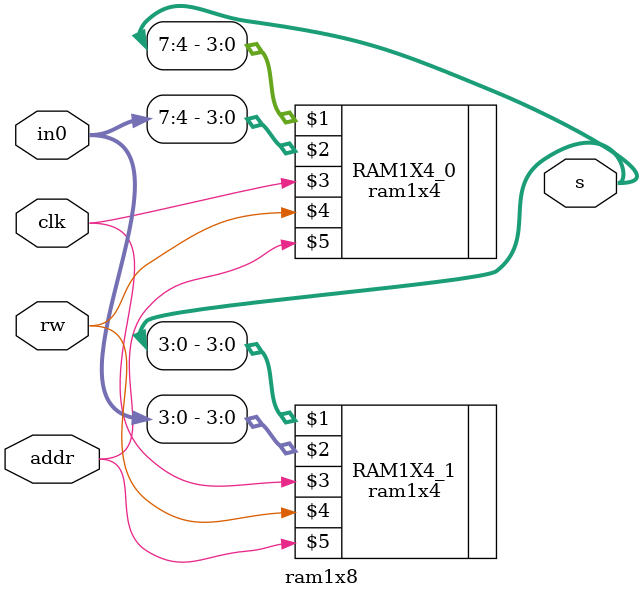
<source format=v>

`include"ram1x4.v"

module ram1x8(output[7:0] s, input[7:0] in0, input addr, input rw, input clk);
	ram1x4 RAM1X4_0(s[7:4], in0[7:4], clk, rw, addr);
	ram1x4 RAM1X4_1(s[3:0], in0[3:0], clk, rw, addr);
endmodule

</source>
